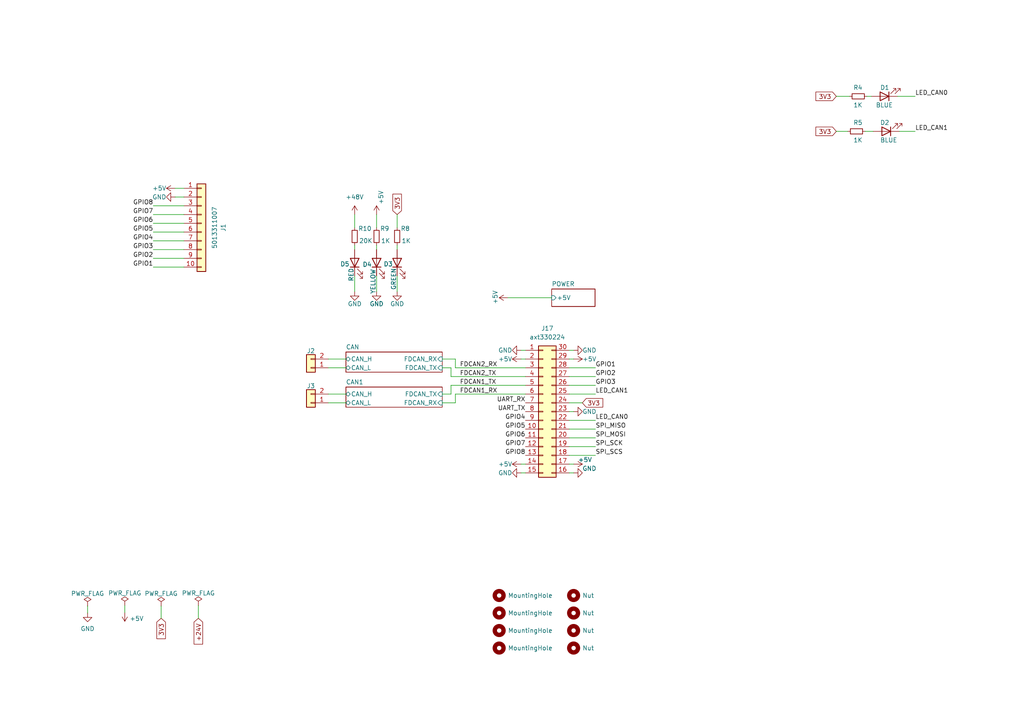
<source format=kicad_sch>
(kicad_sch (version 20230121) (generator eeschema)
  (paper "A4")
  (lib_symbols
    (symbol "Connector_Generic:Conn_01x02" (pin_names (offset 1.016) hide)
      (property "Reference" "J" (at 0 2.54 0))
      (property "Value" "Conn_01x02" (at 0 -5.08 0))
      (symbol "Conn_01x02_1_1"
        (rectangle (start -1.27 -2.413) (end 0 -2.667) (stroke (width 0.1524)))
        (rectangle (start -1.27 0.127) (end 0 -0.127) (stroke (width 0.1524)))
        (rectangle (start -1.27 1.27) (end 1.27 -3.81) (stroke (width 0.254)) (fill (type background)))
        (pin passive line (at -5.08 0 0) (length 3.81) (name "Pin_1") (number "1"))
        (pin passive line (at -5.08 -2.54 0) (length 3.81) (name "Pin_2") (number "2"))
      )
    )
    (symbol "Connector_Generic:Conn_01x10" (pin_names (offset 1.016) hide)
      (property "Reference" "J" (at 0 12.7 0))
      (property "Value" "Conn_01x10" (at 0 -15.24 0))
      (symbol "Conn_01x10_1_1"
        (rectangle (start -1.27 -12.573) (end 0 -12.827) (stroke (width 0.1524)))
        (rectangle (start -1.27 -10.033) (end 0 -10.287) (stroke (width 0.1524)))
        (rectangle (start -1.27 -7.493) (end 0 -7.747) (stroke (width 0.1524)))
        (rectangle (start -1.27 -4.953) (end 0 -5.207) (stroke (width 0.1524)))
        (rectangle (start -1.27 -2.413) (end 0 -2.667) (stroke (width 0.1524)))
        (rectangle (start -1.27 0.127) (end 0 -0.127) (stroke (width 0.1524)))
        (rectangle (start -1.27 2.667) (end 0 2.413) (stroke (width 0.1524)))
        (rectangle (start -1.27 5.207) (end 0 4.953) (stroke (width 0.1524)))
        (rectangle (start -1.27 7.747) (end 0 7.493) (stroke (width 0.1524)))
        (rectangle (start -1.27 10.287) (end 0 10.033) (stroke (width 0.1524)))
        (rectangle (start -1.27 11.43) (end 1.27 -13.97) (stroke (width 0.254)) (fill (type background)))
        (pin passive line (at -5.08 10.16 0) (length 3.81) (name "Pin_1") (number "1"))
        (pin passive line (at -5.08 -12.7 0) (length 3.81) (name "Pin_10") (number "10"))
        (pin passive line (at -5.08 7.62 0) (length 3.81) (name "Pin_2") (number "2"))
        (pin passive line (at -5.08 5.08 0) (length 3.81) (name "Pin_3") (number "3"))
        (pin passive line (at -5.08 2.54 0) (length 3.81) (name "Pin_4") (number "4"))
        (pin passive line (at -5.08 0 0) (length 3.81) (name "Pin_5") (number "5"))
        (pin passive line (at -5.08 -2.54 0) (length 3.81) (name "Pin_6") (number "6"))
        (pin passive line (at -5.08 -5.08 0) (length 3.81) (name "Pin_7") (number "7"))
        (pin passive line (at -5.08 -7.62 0) (length 3.81) (name "Pin_8") (number "8"))
        (pin passive line (at -5.08 -10.16 0) (length 3.81) (name "Pin_9") (number "9"))
      )
    )
    (symbol "Connector_Generic:Conn_02x15_Counter_Clockwise" (pin_names (offset 1.016) hide)
      (property "Reference" "J" (at 1.27 20.32 0))
      (property "Value" "Conn_02x15_Counter_Clockwise" (at 1.27 -20.32 0))
      (symbol "Conn_02x15_Counter_Clockwise_1_1"
        (rectangle (start -1.27 -17.653) (end 0 -17.907) (stroke (width 0.1524)))
        (rectangle (start -1.27 -15.113) (end 0 -15.367) (stroke (width 0.1524)))
        (rectangle (start -1.27 -12.573) (end 0 -12.827) (stroke (width 0.1524)))
        (rectangle (start -1.27 -10.033) (end 0 -10.287) (stroke (width 0.1524)))
        (rectangle (start -1.27 -7.493) (end 0 -7.747) (stroke (width 0.1524)))
        (rectangle (start -1.27 -4.953) (end 0 -5.207) (stroke (width 0.1524)))
        (rectangle (start -1.27 -2.413) (end 0 -2.667) (stroke (width 0.1524)))
        (rectangle (start -1.27 0.127) (end 0 -0.127) (stroke (width 0.1524)))
        (rectangle (start -1.27 2.667) (end 0 2.413) (stroke (width 0.1524)))
        (rectangle (start -1.27 5.207) (end 0 4.953) (stroke (width 0.1524)))
        (rectangle (start -1.27 7.747) (end 0 7.493) (stroke (width 0.1524)))
        (rectangle (start -1.27 10.287) (end 0 10.033) (stroke (width 0.1524)))
        (rectangle (start -1.27 12.827) (end 0 12.573) (stroke (width 0.1524)))
        (rectangle (start -1.27 15.367) (end 0 15.113) (stroke (width 0.1524)))
        (rectangle (start -1.27 17.907) (end 0 17.653) (stroke (width 0.1524)))
        (rectangle (start -1.27 19.05) (end 3.81 -19.05) (stroke (width 0.254)) (fill (type background)))
        (rectangle (start 3.81 -17.653) (end 2.54 -17.907) (stroke (width 0.1524)))
        (rectangle (start 3.81 -15.113) (end 2.54 -15.367) (stroke (width 0.1524)))
        (rectangle (start 3.81 -12.573) (end 2.54 -12.827) (stroke (width 0.1524)))
        (rectangle (start 3.81 -10.033) (end 2.54 -10.287) (stroke (width 0.1524)))
        (rectangle (start 3.81 -7.493) (end 2.54 -7.747) (stroke (width 0.1524)))
        (rectangle (start 3.81 -4.953) (end 2.54 -5.207) (stroke (width 0.1524)))
        (rectangle (start 3.81 -2.413) (end 2.54 -2.667) (stroke (width 0.1524)))
        (rectangle (start 3.81 0.127) (end 2.54 -0.127) (stroke (width 0.1524)))
        (rectangle (start 3.81 2.667) (end 2.54 2.413) (stroke (width 0.1524)))
        (rectangle (start 3.81 5.207) (end 2.54 4.953) (stroke (width 0.1524)))
        (rectangle (start 3.81 7.747) (end 2.54 7.493) (stroke (width 0.1524)))
        (rectangle (start 3.81 10.287) (end 2.54 10.033) (stroke (width 0.1524)))
        (rectangle (start 3.81 12.827) (end 2.54 12.573) (stroke (width 0.1524)))
        (rectangle (start 3.81 15.367) (end 2.54 15.113) (stroke (width 0.1524)))
        (rectangle (start 3.81 17.907) (end 2.54 17.653) (stroke (width 0.1524)))
        (pin passive line (at -5.08 17.78 0) (length 3.81) (name "Pin_1") (number "1"))
        (pin passive line (at -5.08 -5.08 0) (length 3.81) (name "Pin_10") (number "10"))
        (pin passive line (at -5.08 -7.62 0) (length 3.81) (name "Pin_11") (number "11"))
        (pin passive line (at -5.08 -10.16 0) (length 3.81) (name "Pin_12") (number "12"))
        (pin passive line (at -5.08 -12.7 0) (length 3.81) (name "Pin_13") (number "13"))
        (pin passive line (at -5.08 -15.24 0) (length 3.81) (name "Pin_14") (number "14"))
        (pin passive line (at -5.08 -17.78 0) (length 3.81) (name "Pin_15") (number "15"))
        (pin passive line (at 7.62 -17.78 180) (length 3.81) (name "Pin_16") (number "16"))
        (pin passive line (at 7.62 -15.24 180) (length 3.81) (name "Pin_17") (number "17"))
        (pin passive line (at 7.62 -12.7 180) (length 3.81) (name "Pin_18") (number "18"))
        (pin passive line (at 7.62 -10.16 180) (length 3.81) (name "Pin_19") (number "19"))
        (pin passive line (at -5.08 15.24 0) (length 3.81) (name "Pin_2") (number "2"))
        (pin passive line (at 7.62 -7.62 180) (length 3.81) (name "Pin_20") (number "20"))
        (pin passive line (at 7.62 -5.08 180) (length 3.81) (name "Pin_21") (number "21"))
        (pin passive line (at 7.62 -2.54 180) (length 3.81) (name "Pin_22") (number "22"))
        (pin passive line (at 7.62 0 180) (length 3.81) (name "Pin_23") (number "23"))
        (pin passive line (at 7.62 2.54 180) (length 3.81) (name "Pin_24") (number "24"))
        (pin passive line (at 7.62 5.08 180) (length 3.81) (name "Pin_25") (number "25"))
        (pin passive line (at 7.62 7.62 180) (length 3.81) (name "Pin_26") (number "26"))
        (pin passive line (at 7.62 10.16 180) (length 3.81) (name "Pin_27") (number "27"))
        (pin passive line (at 7.62 12.7 180) (length 3.81) (name "Pin_28") (number "28"))
        (pin passive line (at 7.62 15.24 180) (length 3.81) (name "Pin_29") (number "29"))
        (pin passive line (at -5.08 12.7 0) (length 3.81) (name "Pin_3") (number "3"))
        (pin passive line (at 7.62 17.78 180) (length 3.81) (name "Pin_30") (number "30"))
        (pin passive line (at -5.08 10.16 0) (length 3.81) (name "Pin_4") (number "4"))
        (pin passive line (at -5.08 7.62 0) (length 3.81) (name "Pin_5") (number "5"))
        (pin passive line (at -5.08 5.08 0) (length 3.81) (name "Pin_6") (number "6"))
        (pin passive line (at -5.08 2.54 0) (length 3.81) (name "Pin_7") (number "7"))
        (pin passive line (at -5.08 0 0) (length 3.81) (name "Pin_8") (number "8"))
        (pin passive line (at -5.08 -2.54 0) (length 3.81) (name "Pin_9") (number "9"))
      )
    )
    (symbol "Device:LED" (pin_numbers hide) (pin_names (offset 1.016) hide)
      (property "Reference" "D" (at 0 2.54 0))
      (property "Value" "LED" (at 0 -2.54 0))
      (symbol "LED_0_1"
        (polyline (pts (xy -1.27 -1.27) (xy -1.27 1.27)) (stroke (width 0.254)))
        (polyline (pts (xy -1.27 0) (xy 1.27 0)))
        (polyline (pts (xy 1.27 -1.27) (xy 1.27 1.27) (xy -1.27 0) (xy 1.27 -1.27)) (stroke (width 0.254)))
        (polyline (pts (xy -3.048 -0.762) (xy -4.572 -2.286) (xy -3.81 -2.286) (xy -4.572 -2.286) (xy -4.572 -1.524)))
        (polyline (pts (xy -1.778 -0.762) (xy -3.302 -2.286) (xy -2.54 -2.286) (xy -3.302 -2.286) (xy -3.302 -1.524)))
      )
      (symbol "LED_1_1"
        (pin passive line (at -3.81 0 0) (length 2.54) (name "K") (number "1"))
        (pin passive line (at 3.81 0 180) (length 2.54) (name "A") (number "2"))
      )
    )
    (symbol "Device:R_Small" (pin_numbers hide) (pin_names (offset 0.254) hide)
      (property "Reference" "R" (at 0.762 0.508 0))
      (property "Value" "R_Small" (at 0.762 -1.016 0))
      (symbol "R_Small_0_1"
        (rectangle (start -0.762 1.778) (end 0.762 -1.778) (stroke (width 0.2032)))
      )
      (symbol "R_Small_1_1"
        (pin passive line (at 0 2.54 270) (length 0.762) (name "~") (number "1"))
        (pin passive line (at 0 -2.54 90) (length 0.762) (name "~") (number "2"))
      )
    )
    (symbol "Mechanical:MountingHole" (pin_names (offset 1.016))
      (property "Reference" "H" (at 0 5.08 0))
      (property "Value" "MountingHole" (at 0 3.175 0))
      (symbol "MountingHole_0_1"
        (circle (center 0 0) (radius 1.27) (stroke (width 1.27)))
      )
    )
    (symbol "power:+48V" (power) (pin_names (offset 0))
      (property "Value" "+48V" (at 0 3.556 0))
      (symbol "+48V_0_1"
        (polyline (pts (xy -0.762 1.27) (xy 0 2.54)))
        (polyline (pts (xy 0 0) (xy 0 2.54)))
        (polyline (pts (xy 0 2.54) (xy 0.762 1.27)))
      )
      (symbol "+48V_1_1"
        (pin power_in line (at 0 0 90) (length 0) hide (name "+48V") (number "1"))
      )
    )
    (symbol "power:+5V" (power) (pin_names (offset 0))
      (property "Value" "+5V" (at 0 3.556 0))
      (symbol "+5V_0_1"
        (polyline (pts (xy -0.762 1.27) (xy 0 2.54)))
        (polyline (pts (xy 0 0) (xy 0 2.54)))
        (polyline (pts (xy 0 2.54) (xy 0.762 1.27)))
      )
      (symbol "+5V_1_1"
        (pin power_in line (at 0 0 90) (length 0) hide (name "+5V") (number "1"))
      )
    )
    (symbol "power:GND" (power) (pin_names (offset 0))
      (property "Value" "GND" (at 0 -3.81 0))
      (symbol "GND_0_1"
        (polyline (pts (xy 0 0) (xy 0 -1.27) (xy 1.27 -1.27) (xy 0 -2.54) (xy -1.27 -1.27) (xy 0 -1.27)))
      )
      (symbol "GND_1_1"
        (pin power_in line (at 0 0 270) (length 0) hide (name "GND") (number "1"))
      )
    )
    (symbol "power:PWR_FLAG" (power) (pin_numbers hide) (pin_names (offset 0) hide)
      (property "Value" "PWR_FLAG" (at 0 3.81 0))
      (symbol "PWR_FLAG_0_0"
        (pin power_out line (at 0 0 90) (length 0) (name "pwr") (number "1"))
      )
      (symbol "PWR_FLAG_0_1"
        (polyline (pts (xy 0 0) (xy 0 1.27) (xy -1.016 1.905) (xy 0 2.54) (xy 1.016 1.905) (xy 0 1.27)))
      )
    )
  )
  (wire (pts (xy 132.08 114.3) (xy 132.08 116.84)))
  (wire (pts (xy 242.57 38.1) (xy 245.872 38.1)))
  (wire (pts (xy 95.25 114.3) (xy 100.33 114.3)))
  (wire (pts (xy 44.45 64.77) (xy 53.34 64.77)))
  (wire (pts (xy 242.57 27.94) (xy 246.38 27.94)))
  (wire (pts (xy 251.46 27.94) (xy 252.73 27.94)))
  (wire (pts (xy 128.27 104.14) (xy 132.08 104.14)))
  (wire (pts (xy 46.736 179.324) (xy 46.736 175.768)))
  (wire (pts (xy 172.72 127) (xy 165.1 127)))
  (wire (pts (xy 172.72 129.54) (xy 165.1 129.54)))
  (wire (pts (xy 128.27 106.68) (xy 130.81 106.68)))
  (wire (pts (xy 250.952 38.1) (xy 253.238 38.1)))
  (wire (pts (xy 109.22 71.12) (xy 109.22 72.39)))
  (wire (pts (xy 44.45 67.31) (xy 53.34 67.31)))
  (wire (pts (xy 53.34 57.15) (xy 50.8 57.15)))
  (wire (pts (xy 130.81 111.76) (xy 152.4 111.76)))
  (wire (pts (xy 132.08 114.3) (xy 152.4 114.3)))
  (wire (pts (xy 152.4 137.16) (xy 151.13 137.16)))
  (wire (pts (xy 95.25 104.14) (xy 100.33 104.14)))
  (wire (pts (xy 132.08 116.84) (xy 128.27 116.84)))
  (wire (pts (xy 130.81 111.76) (xy 130.81 114.3)))
  (wire (pts (xy 44.45 59.69) (xy 53.34 59.69)))
  (wire (pts (xy 115.189 62.23) (xy 115.189 66.04)))
  (wire (pts (xy 151.13 104.14) (xy 152.4 104.14)))
  (wire (pts (xy 130.81 114.3) (xy 128.27 114.3)))
  (wire (pts (xy 130.81 109.22) (xy 152.4 109.22)))
  (wire (pts (xy 132.08 106.68) (xy 152.4 106.68)))
  (wire (pts (xy 165.1 134.62) (xy 166.37 134.62)))
  (wire (pts (xy 44.45 74.93) (xy 53.34 74.93)))
  (wire (pts (xy 172.72 106.68) (xy 165.1 106.68)))
  (wire (pts (xy 151.13 134.62) (xy 152.4 134.62)))
  (wire (pts (xy 165.1 121.92) (xy 172.72 121.92)))
  (wire (pts (xy 115.189 71.12) (xy 115.189 72.39)))
  (wire (pts (xy 165.1 137.16) (xy 166.37 137.16)))
  (wire (pts (xy 147.32 86.36) (xy 160.02 86.36)))
  (wire (pts (xy 44.45 72.39) (xy 53.34 72.39)))
  (wire (pts (xy 115.189 80.01) (xy 115.189 84.582)))
  (wire (pts (xy 151.13 101.6) (xy 152.4 101.6)))
  (wire (pts (xy 130.81 106.68) (xy 130.81 109.22)))
  (wire (pts (xy 102.87 62.23) (xy 102.87 66.04)))
  (wire (pts (xy 109.22 62.23) (xy 109.22 66.04)))
  (wire (pts (xy 265.43 38.1) (xy 260.858 38.1)))
  (wire (pts (xy 44.45 69.85) (xy 53.34 69.85)))
  (wire (pts (xy 44.45 77.47) (xy 53.34 77.47)))
  (wire (pts (xy 95.25 106.68) (xy 100.33 106.68)))
  (wire (pts (xy 172.72 132.08) (xy 165.1 132.08)))
  (wire (pts (xy 165.1 101.6) (xy 166.37 101.6)))
  (wire (pts (xy 132.08 104.14) (xy 132.08 106.68)))
  (wire (pts (xy 172.72 111.76) (xy 165.1 111.76)))
  (wire (pts (xy 172.72 109.22) (xy 165.1 109.22)))
  (wire (pts (xy 53.34 54.61) (xy 50.8 54.61)))
  (wire (pts (xy 36.195 175.641) (xy 36.195 177.673)))
  (wire (pts (xy 172.72 124.46) (xy 165.1 124.46)))
  (wire (pts (xy 165.1 104.14) (xy 166.37 104.14)))
  (wire (pts (xy 95.25 116.84) (xy 100.33 116.84)))
  (wire (pts (xy 165.1 114.3) (xy 172.72 114.3)))
  (wire (pts (xy 260.35 27.94) (xy 265.43 27.94)))
  (wire (pts (xy 109.22 80.01) (xy 109.22 84.582)))
  (wire (pts (xy 44.45 62.23) (xy 53.34 62.23)))
  (wire (pts (xy 102.87 80.01) (xy 102.87 84.582)))
  (wire (pts (xy 165.1 119.38) (xy 166.37 119.38)))
  (wire (pts (xy 102.87 71.12) (xy 102.87 72.39)))
  (wire (pts (xy 165.1 116.84) (xy 168.91 116.84)))
  (wire (pts (xy 57.531 175.641) (xy 57.531 179.324)))
  (wire (pts (xy 25.4 175.768) (xy 25.4 177.8)))
  (label "SPI_SCK" (at 172.72 129.54 0))
  (label "GPIO2" (at 44.45 74.93 180))
  (label "GPIO7" (at 44.45 62.23 180))
  (label "SPI_MISO" (at 172.72 124.46 0))
  (label "FDCAN1_TX" (at 133.35 111.76 0))
  (label "LED_CAN0" (at 172.72 121.92 0))
  (label "GPIO8" (at 152.4 132.08 180))
  (label "GPIO5" (at 152.4 124.46 180))
  (label "SPI_MOSI" (at 172.72 127 0))
  (label "GPIO4" (at 44.45 69.85 180))
  (label "SPI_SCS" (at 172.72 132.08 0))
  (label "GPIO6" (at 44.45 64.77 180))
  (label "LED_CAN0" (at 265.43 27.94 0))
  (label "GPIO5" (at 44.45 67.31 180))
  (label "GPIO1" (at 172.72 106.68 0))
  (label "UART_TX" (at 152.4 119.38 180))
  (label "LED_CAN1" (at 265.43 38.1 0))
  (label "GPIO2" (at 172.72 109.22 0))
  (label "GPIO7" (at 152.4 129.54 180))
  (label "FDCAN2_RX" (at 133.35 106.68 0))
  (label "GPIO3" (at 44.45 72.39 180))
  (label "LED_CAN1" (at 172.72 114.3 0))
  (label "GPIO8" (at 44.45 59.69 180))
  (label "GPIO1" (at 44.45 77.47 180))
  (label "GPIO4" (at 152.4 121.92 180))
  (label "UART_RX" (at 152.4 116.84 180))
  (label "FDCAN1_RX" (at 133.35 114.3 0))
  (label "GPIO3" (at 172.72 111.76 0))
  (label "FDCAN2_TX" (at 133.35 109.22 0))
  (label "GPIO6" (at 152.4 127 180))
  (global_label "+24V" (shape input) (at 57.531 179.324 270) (property "Intersheetrefs" "${INTERSHEET_REFS}" (effects hide)))
  (global_label "3V3" (shape input) (at 242.57 38.1 180) (property "Intersheetrefs" "${INTERSHEET_REFS}" (effects hide)))
  (global_label "3V3" (shape input) (at 168.91 116.84 0) (property "Intersheetrefs" "${INTERSHEET_REFS}" (effects hide)))
  (global_label "3V3" (shape input) (at 115.189 62.23 90) (property "Intersheetrefs" "${INTERSHEET_REFS}" (effects hide)))
  (global_label "3V3" (shape input) (at 46.736 179.324 270) (property "Intersheetrefs" "${INTERSHEET_REFS}" (effects hide)))
  (global_label "3V3" (shape input) (at 242.57 27.94 180) (property "Intersheetrefs" "${INTERSHEET_REFS}" (effects hide)))
  (symbol (lib_id "power:GND") (at 50.8 57.15 270) (mirror x) (unit 1)
    (property "Reference" "#PWR054" (effects hide))
    (property "Value" "GND" (at 48.26 57.15 90) (effects (justify right)))
  )
  (symbol (lib_id "Mechanical:MountingHole") (at 166.37 172.72 0) (unit 1)
    (property "Reference" "H3" (effects hide))
    (property "Value" "Nut" (at 168.91 172.72 0) (effects (justify left)))
    (property "Footprint" "ecat:SMD_NUT_M1.6" (effects hide))
  )
  (symbol (lib_id "power:+5V") (at 166.37 104.14 270) (unit 1)
    (property "Reference" "#PWR014" (effects hide))
    (property "Value" "+5V" (at 168.91 104.14 90) (effects (justify left)))
  )
  (symbol (lib_id "power:GND") (at 115.189 84.582 0) (mirror y) (unit 1)
    (property "Reference" "#PWR033" (effects hide))
    (property "Value" "GND" (at 113.157 88.138 0) (effects (justify right)))
  )
  (symbol (lib_id "power:+5V") (at 50.8 54.61 90) (unit 1)
    (property "Reference" "#PWR053" (effects hide))
    (property "Value" "+5V" (at 48.26 54.61 90) (effects (justify left)))
  )
  (symbol (lib_id "power:PWR_FLAG") (at 25.4 175.768 0) (unit 1)
    (property "Reference" "#FLG01" (effects hide))
    (property "Value" "PWR_FLAG" (at 25.4 172.1635 0))
  )
  (symbol (lib_id "power:+5V") (at 147.32 86.36 90) (unit 1)
    (property "Reference" "#PWR020" (effects hide))
    (property "Value" "+5V" (at 143.637 88.265 0) (effects (justify left)))
  )
  (symbol (lib_id "power:GND") (at 166.37 101.6 90) (mirror x) (unit 1)
    (property "Reference" "#PWR01" (effects hide))
    (property "Value" "GND" (at 168.91 101.6 90) (effects (justify right)))
  )
  (symbol (lib_id "Mechanical:MountingHole") (at 144.78 182.88 0) (unit 1)
    (property "Reference" "H5" (effects hide))
    (property "Value" "MountingHole" (at 147.32 182.88 0) (effects (justify left)))
    (property "Footprint" "MountingHole:MountingHole_2.2mm_M2_DIN965_Pad" (effects hide))
  )
  (symbol (lib_id "power:GND") (at 166.37 137.16 90) (mirror x) (unit 1)
    (property "Reference" "#PWR04" (effects hide))
    (property "Value" "GND" (at 168.91 135.89 90) (effects (justify right)))
  )
  (symbol (lib_id "Device:R_Small") (at 248.412 38.1 270) (unit 1)
    (property "Reference" "R5" (at 250.19 35.56 90) (effects (justify right)))
    (property "Value" "1K" (at 250.19 40.64 90) (effects (justify right)))
    (property "Footprint" "Resistor_SMD:R_0603_1608Metric" (effects hide))
  )
  (symbol (lib_id "power:GND") (at 151.13 101.6 270) (unit 1)
    (property "Reference" "#PWR05" (effects hide))
    (property "Value" "GND" (at 148.59 101.6 90) (effects (justify right)))
  )
  (symbol (lib_id "Device:LED") (at 109.22 76.2 90) (unit 1)
    (property "Reference" "D4" (at 105.156 76.708 90) (effects (justify right)))
    (property "Value" "YELLOW" (at 108.204 77.978 0) (effects (justify right)))
    (property "Footprint" "LED_SMD:LED_0603_1608Metric" (effects hide))
  )
  (symbol (lib_id "power:GND") (at 109.22 84.582 0) (mirror y) (unit 1)
    (property "Reference" "#PWR034" (effects hide))
    (property "Value" "GND" (at 107.188 88.138 0) (effects (justify right)))
  )
  (symbol (lib_id "Device:LED") (at 115.189 76.2 90) (unit 1)
    (property "Reference" "D3" (at 111.252 76.581 90) (effects (justify right)))
    (property "Value" "GREEN" (at 114.173 77.724 0) (effects (justify right)))
    (property "Footprint" "LED_SMD:LED_0603_1608Metric" (effects hide))
  )
  (symbol (lib_id "power:+5V") (at 151.13 134.62 90) (unit 1)
    (property "Reference" "#PWR07" (effects hide))
    (property "Value" "+5V" (at 148.59 134.62 90) (effects (justify left)))
  )
  (symbol (lib_id "Mechanical:MountingHole") (at 144.78 172.72 0) (unit 1)
    (property "Reference" "H7" (effects hide))
    (property "Value" "MountingHole" (at 147.32 172.72 0) (effects (justify left)))
    (property "Footprint" "MountingHole:MountingHole_2.2mm_M2_DIN965_Pad" (effects hide))
  )
  (symbol (lib_id "Mechanical:MountingHole") (at 144.78 177.8 0) (unit 1)
    (property "Reference" "H6" (effects hide))
    (property "Value" "MountingHole" (at 147.32 177.8 0) (effects (justify left)))
    (property "Footprint" "MountingHole:MountingHole_2.2mm_M2_DIN965_Pad" (effects hide))
  )
  (symbol (lib_id "Mechanical:MountingHole") (at 166.37 177.8 0) (unit 1)
    (property "Reference" "H10" (effects hide))
    (property "Value" "Nut" (at 168.91 177.8 0) (effects (justify left)))
    (property "Footprint" "ecat:SMD_NUT_M1.6" (effects hide))
  )
  (symbol (lib_id "Device:LED") (at 102.87 76.2 90) (unit 1)
    (property "Reference" "D5" (at 98.679 76.581 90) (effects (justify right)))
    (property "Value" "RED" (at 101.854 77.724 0) (effects (justify right)))
    (property "Footprint" "LED_SMD:LED_0603_1608Metric" (effects hide))
  )
  (symbol (lib_id "Mechanical:MountingHole") (at 166.37 182.88 0) (unit 1)
    (property "Reference" "H2" (effects hide))
    (property "Value" "Nut" (at 168.91 182.88 0) (effects (justify left)))
    (property "Footprint" "ecat:SMD_NUT_M1.6" (effects hide))
  )
  (symbol (lib_id "power:GND") (at 102.87 84.582 0) (mirror y) (unit 1)
    (property "Reference" "#PWR035" (effects hide))
    (property "Value" "GND" (at 100.838 88.138 0) (effects (justify right)))
  )
  (symbol (lib_id "Connector_Generic:Conn_02x15_Counter_Clockwise") (at 157.48 119.38 0) (unit 1)
    (property "Reference" "J17" (at 158.75 95.25 0))
    (property "Value" "axt330224" (at 158.75 97.79 0))
    (property "Footprint" "ecat:CONN-SMD_30P-P0.40_AXT330224" (effects hide))
  )
  (symbol (lib_id "Device:R_Small") (at 102.87 68.58 180) (unit 1)
    (property "Reference" "R10" (at 103.886 66.294 0) (effects (justify right)))
    (property "Value" "20K" (at 104.14 69.85 0) (effects (justify right)))
    (property "Footprint" "Resistor_SMD:R_0603_1608Metric" (effects hide))
  )
  (symbol (lib_id "power:GND") (at 151.13 137.16 270) (unit 1)
    (property "Reference" "#PWR08" (effects hide))
    (property "Value" "GND" (at 148.59 137.16 90) (effects (justify right)))
  )
  (symbol (lib_id "Connector_Generic:Conn_01x02") (at 90.17 116.84 180) (unit 1)
    (property "Reference" "J3" (at 90.17 111.9411 0))
    (property "Value" "Conn_01x02" (effects hide))
    (property "Footprint" "Connector_JST:JST_GH_SM02B-GHS-TB_1x02-1MP_P1.25mm_Horizontal" (effects hide))
  )
  (symbol (lib_id "power:+5V") (at 166.37 134.62 270) (unit 1)
    (property "Reference" "#PWR03" (effects hide))
    (property "Value" "+5V" (at 167.64 133.35 90) (effects (justify left)))
  )
  (symbol (lib_id "power:+5V") (at 36.195 177.673 180) (unit 1)
    (property "Reference" "#PWR039" (effects hide))
    (property "Value" "+5V" (at 37.592 179.422 0) (effects (justify right)))
  )
  (symbol (lib_id "power:PWR_FLAG") (at 46.736 175.768 0) (unit 1)
    (property "Reference" "#FLG03" (effects hide))
    (property "Value" "PWR_FLAG" (at 46.736 172.1635 0))
  )
  (symbol (lib_id "Connector_Generic:Conn_01x02") (at 90.17 106.68 180) (unit 1)
    (property "Reference" "J2" (at 90.17 101.7811 0))
    (property "Value" "Conn_01x02" (effects hide))
    (property "Footprint" "Connector_JST:JST_GH_SM02B-GHS-TB_1x02-1MP_P1.25mm_Horizontal" (effects hide))
  )
  (symbol (lib_id "Connector_Generic:Conn_01x10") (at 58.42 64.77 0) (unit 1)
    (property "Reference" "J1" (at 64.77 66.04 90))
    (property "Value" "5013311007" (at 62.23 66.04 90))
    (property "Footprint" "ecat:CON_5013311007" (effects hide))
  )
  (symbol (lib_id "Device:LED") (at 256.54 27.94 180) (unit 1)
    (property "Reference" "D1" (at 255.27 25.4 0) (effects (justify right)))
    (property "Value" "BLUE" (at 254 30.48 0) (effects (justify right)))
    (property "Footprint" "LED_SMD:LED_0603_1608Metric" (effects hide))
  )
  (symbol (lib_id "power:GND") (at 25.4 177.8 0) (unit 1)
    (property "Reference" "#PWR038" (effects hide))
    (property "Value" "GND" (at 25.4 182.3625 0))
  )
  (symbol (lib_id "power:GND") (at 166.37 119.38 90) (mirror x) (unit 1)
    (property "Reference" "#PWR052" (effects hide))
    (property "Value" "GND" (at 168.91 119.38 90) (effects (justify right)))
  )
  (symbol (lib_id "Mechanical:MountingHole") (at 144.78 187.96 0) (unit 1)
    (property "Reference" "H4" (effects hide))
    (property "Value" "MountingHole" (at 147.32 187.96 0) (effects (justify left)))
    (property "Footprint" "MountingHole:MountingHole_2.2mm_M2_DIN965_Pad" (effects hide))
  )
  (symbol (lib_id "Device:R_Small") (at 248.92 27.94 270) (unit 1)
    (property "Reference" "R4" (at 250.19 25.4 90) (effects (justify right)))
    (property "Value" "1K" (at 250.19 30.48 90) (effects (justify right)))
    (property "Footprint" "Resistor_SMD:R_0603_1608Metric" (effects hide))
  )
  (symbol (lib_id "Device:R_Small") (at 115.189 68.58 180) (unit 1)
    (property "Reference" "R8" (at 116.205 66.294 0) (effects (justify right)))
    (property "Value" "1K" (at 116.459 69.85 0) (effects (justify right)))
    (property "Footprint" "Resistor_SMD:R_0603_1608Metric" (effects hide))
  )
  (symbol (lib_id "Device:LED") (at 257.048 38.1 180) (unit 1)
    (property "Reference" "D2" (at 255.27 35.56 0) (effects (justify right)))
    (property "Value" "BLUE" (at 255.27 40.64 0) (effects (justify right)))
    (property "Footprint" "LED_SMD:LED_0603_1608Metric" (effects hide))
  )
  (symbol (lib_id "power:+5V") (at 151.13 104.14 90) (unit 1)
    (property "Reference" "#PWR06" (effects hide))
    (property "Value" "+5V" (at 148.59 104.14 90) (effects (justify left)))
  )
  (symbol (lib_id "power:+48V") (at 102.87 62.23 0) (unit 1)
    (property "Reference" "#PWR02" (effects hide))
    (property "Value" "+48V" (at 102.87 57.15 0))
  )
  (symbol (lib_id "power:+5V") (at 109.22 62.23 0) (unit 1)
    (property "Reference" "#PWR036" (effects hide))
    (property "Value" "+5V" (at 110.49 59.309 90) (effects (justify left)))
  )
  (symbol (lib_id "power:PWR_FLAG") (at 57.531 175.641 0) (unit 1)
    (property "Reference" "#FLG04" (effects hide))
    (property "Value" "PWR_FLAG" (at 57.531 172.0365 0))
  )
  (symbol (lib_id "Device:R_Small") (at 109.22 68.58 180) (unit 1)
    (property "Reference" "R9" (at 110.236 66.294 0) (effects (justify right)))
    (property "Value" "1K" (at 110.49 69.85 0) (effects (justify right)))
    (property "Footprint" "Resistor_SMD:R_0603_1608Metric" (effects hide))
  )
  (symbol (lib_id "power:PWR_FLAG") (at 36.195 175.641 0) (unit 1)
    (property "Reference" "#FLG02" (effects hide))
    (property "Value" "PWR_FLAG" (at 36.195 172.0365 0))
  )
  (symbol (lib_id "Mechanical:MountingHole") (at 166.37 187.96 0) (unit 1)
    (property "Reference" "H1" (effects hide))
    (property "Value" "Nut" (at 168.91 187.96 0) (effects (justify left)))
    (property "Footprint" "ecat:SMD_NUT_M1.6" (effects hide))
  )
  (sheet (at 100.33 112.268) (size 27.94 5.842) (stroke (width 0.1524))
    (property "Sheetname" "CAN1" (at 100.33 111.5564 0) (effects (justify left bottom)))
    (property "Sheetfile" "CAN.kicad_sch" (effects hide))
    (pin "FDCAN_TX" input (at 128.27 114.3 0))
    (pin "FDCAN_RX" input (at 128.27 116.84 0))
    (pin "CAN_H" bidirectional (at 100.33 114.3 180))
    (pin "CAN_L" bidirectional (at 100.33 116.84 180))
  )
  (sheet (at 160.02 83.82) (size 12.573 5.08) (stroke (width 0.1524))
    (property "Sheetname" "POWER" (at 160.02 83.1084 0) (effects (justify left bottom)))
    (property "Sheetfile" "POWER.kicad_sch" (effects hide))
    (pin "+5V" input (at 160.02 86.36 180))
  )
  (sheet (at 100.33 102.108) (size 27.94 5.842) (stroke (width 0.1524))
    (property "Sheetname" "CAN" (at 100.33 101.3964 0) (effects (justify left bottom)))
    (property "Sheetfile" "CAN.kicad_sch" (effects hide))
    (pin "FDCAN_TX" input (at 128.27 106.68 0))
    (pin "FDCAN_RX" input (at 128.27 104.14 0))
    (pin "CAN_H" bidirectional (at 100.33 104.14 180))
    (pin "CAN_L" bidirectional (at 100.33 106.68 180))
  )
)
</source>
